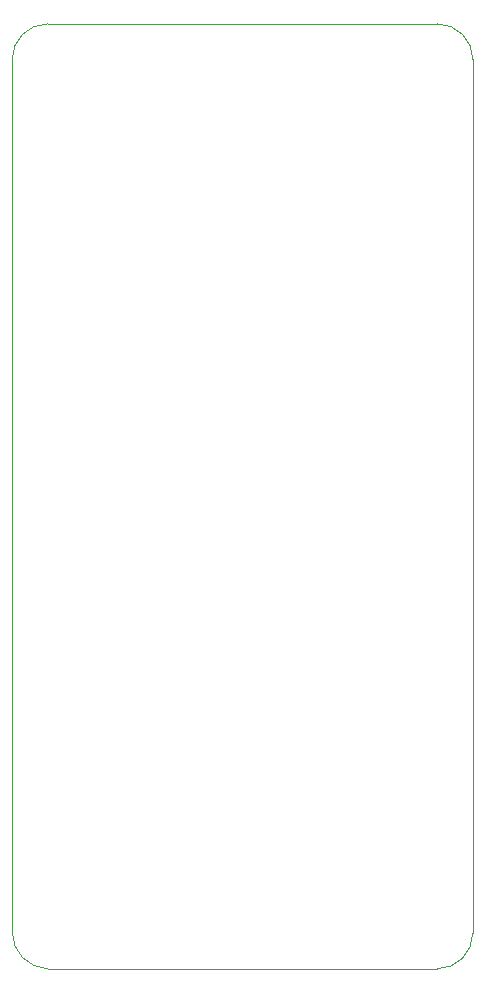
<source format=gbr>
%TF.GenerationSoftware,KiCad,Pcbnew,7.0.2-0*%
%TF.CreationDate,2023-10-14T01:58:59-05:00*%
%TF.ProjectId,Flight Computer,466c6967-6874-4204-936f-6d7075746572,1.1*%
%TF.SameCoordinates,Original*%
%TF.FileFunction,Profile,NP*%
%FSLAX46Y46*%
G04 Gerber Fmt 4.6, Leading zero omitted, Abs format (unit mm)*
G04 Created by KiCad (PCBNEW 7.0.2-0) date 2023-10-14 01:58:59*
%MOMM*%
%LPD*%
G01*
G04 APERTURE LIST*
%TA.AperFunction,Profile*%
%ADD10C,0.100000*%
%TD*%
G04 APERTURE END LIST*
D10*
X171800000Y-66512500D02*
G75*
G03*
X168800000Y-63512500I-3000000J0D01*
G01*
X135800000Y-63512500D02*
G75*
G03*
X132800000Y-66512500I0J-3000000D01*
G01*
X168800000Y-63512500D02*
X135800000Y-63512500D01*
X168800000Y-143512500D02*
G75*
G03*
X171800000Y-140512500I0J3000000D01*
G01*
X132797645Y-140391180D02*
G75*
G03*
X135800000Y-143512499I3123655J-20D01*
G01*
X135800000Y-143512500D02*
X168800000Y-143512500D01*
X171800000Y-140512500D02*
X171800000Y-66512500D01*
X132800000Y-66512500D02*
X132797644Y-140391180D01*
M02*

</source>
